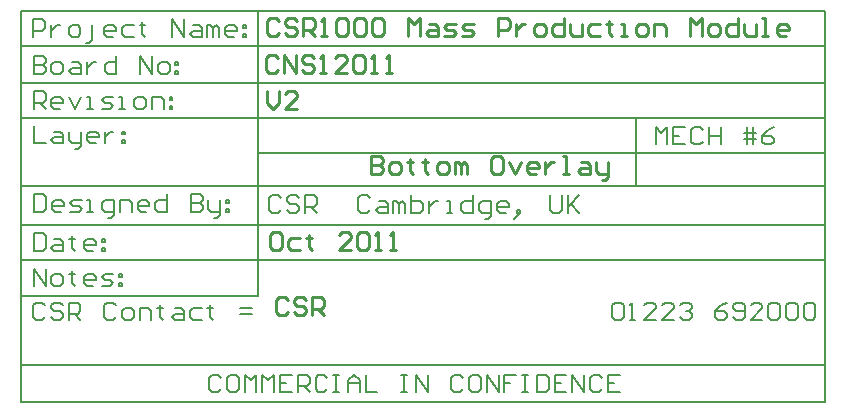
<source format=gbo>
%FSAX44Y44*%
%MOMM*%
G71*
G01*
G75*
G04 Layer_Color=32896*
%ADD10R,0.6000X1.9000*%
%ADD11R,0.3500X0.5000*%
%ADD12R,0.5000X0.3500*%
%ADD13R,3.2000X3.2000*%
%ADD14R,1.4000X1.1000*%
%ADD15R,0.6000X1.2000*%
%ADD16R,1.3000X2.1000*%
%ADD17R,1.0000X1.2000*%
%ADD18R,0.5000X0.5000*%
%ADD19C,1.0000*%
%ADD20R,0.5000X0.5000*%
%ADD21C,0.2600*%
%ADD22C,0.2000*%
%ADD23C,0.1500*%
%ADD24C,0.4500*%
%ADD25C,0.3500*%
%ADD26C,0.1250*%
%ADD27C,0.4000*%
%ADD28C,0.2540*%
%ADD29C,0.3000*%
%ADD30C,0.5000*%
%ADD31R,1.0000X1.0000*%
%ADD32C,0.3000*%
%ADD33R,1.0000X1.0000*%
%ADD34C,3.0000*%
%ADD35C,0.6000*%
D22*
X00967940Y00282760D02*
Y00432640D01*
X00287837Y00282569D02*
X00967836D01*
X00807837Y00465498D02*
Y00522569D01*
X00487940Y00493569D02*
X00761837D01*
X00487940Y00405173D02*
Y00432640D01*
X00287940Y00416569D02*
Y00432640D01*
X00757836Y00493569D02*
X00967940D01*
X00287837Y00372569D02*
X00487836D01*
X00287940Y00282760D02*
Y00416569D01*
Y00613760D02*
X00967940Y00613640D01*
X00287940Y00552640D02*
X00477940Y00552640D01*
X00287940Y00522640D02*
X00477940D01*
X00287940Y00432640D02*
X00477940D01*
X00287940Y00402640D02*
X00477940D01*
X00487940Y00432640D02*
Y00613760D01*
X00287940Y00432640D02*
Y00613760D01*
X00477940Y00552640D02*
X00967940D01*
X00477940Y00522640D02*
X00967940D01*
X00477940Y00432640D02*
X00967940D01*
X00477940Y00402640D02*
X00967940D01*
Y00432640D02*
Y00613640D01*
X00487940Y00372569D02*
Y00405173D01*
X00287940Y00465569D02*
X00967940D01*
X00287940Y00583569D02*
X00967940D01*
X00287940Y00313569D02*
X00967940D01*
X00456937Y00303256D02*
X00454437Y00305755D01*
X00449439D01*
X00446940Y00303256D01*
Y00293259D01*
X00449439Y00290760D01*
X00454437D01*
X00456937Y00293259D01*
X00469433Y00305755D02*
X00464434D01*
X00461935Y00303256D01*
Y00293259D01*
X00464434Y00290760D01*
X00469433D01*
X00471932Y00293259D01*
Y00303256D01*
X00469433Y00305755D01*
X00476930Y00290760D02*
Y00305755D01*
X00481929Y00300757D01*
X00486927Y00305755D01*
Y00290760D01*
X00491925D02*
Y00305755D01*
X00496924Y00300757D01*
X00501922Y00305755D01*
Y00290760D01*
X00516917Y00305755D02*
X00506921D01*
Y00290760D01*
X00516917D01*
X00506921Y00298258D02*
X00511919D01*
X00521916Y00290760D02*
Y00305755D01*
X00529413D01*
X00531912Y00303256D01*
Y00298258D01*
X00529413Y00295758D01*
X00521916D01*
X00526914D02*
X00531912Y00290760D01*
X00546908Y00303256D02*
X00544408Y00305755D01*
X00539410D01*
X00536911Y00303256D01*
Y00293259D01*
X00539410Y00290760D01*
X00544408D01*
X00546908Y00293259D01*
X00551906Y00305755D02*
X00556904D01*
X00554405D01*
Y00290760D01*
X00551906D01*
X00556904D01*
X00564402D02*
Y00300757D01*
X00569400Y00305755D01*
X00574399Y00300757D01*
Y00290760D01*
Y00298258D01*
X00564402D01*
X00579397Y00305755D02*
Y00290760D01*
X00589394D01*
X00609387Y00305755D02*
X00614386D01*
X00611887D01*
Y00290760D01*
X00609387D01*
X00614386D01*
X00621883D02*
Y00305755D01*
X00631880Y00290760D01*
Y00305755D01*
X00661870Y00303256D02*
X00659371Y00305755D01*
X00654373D01*
X00651874Y00303256D01*
Y00293259D01*
X00654373Y00290760D01*
X00659371D01*
X00661870Y00293259D01*
X00674366Y00305755D02*
X00669368D01*
X00666869Y00303256D01*
Y00293259D01*
X00669368Y00290760D01*
X00674366D01*
X00676865Y00293259D01*
Y00303256D01*
X00674366Y00305755D01*
X00681864Y00290760D02*
Y00305755D01*
X00691861Y00290760D01*
Y00305755D01*
X00706856D02*
X00696859D01*
Y00298258D01*
X00701857D01*
X00696859D01*
Y00290760D01*
X00711854Y00305755D02*
X00716853D01*
X00714353D01*
Y00290760D01*
X00711854D01*
X00716853D01*
X00724350Y00305755D02*
Y00290760D01*
X00731848D01*
X00734347Y00293259D01*
Y00303256D01*
X00731848Y00305755D01*
X00724350D01*
X00749342D02*
X00739345D01*
Y00290760D01*
X00749342D01*
X00739345Y00298258D02*
X00744344D01*
X00754341Y00290760D02*
Y00305755D01*
X00764337Y00290760D01*
Y00305755D01*
X00779332Y00303256D02*
X00776833Y00305755D01*
X00771835D01*
X00769336Y00303256D01*
Y00293259D01*
X00771835Y00290760D01*
X00776833D01*
X00779332Y00293259D01*
X00794327Y00305755D02*
X00784331D01*
Y00290760D01*
X00794327D01*
X00784331Y00298258D02*
X00789329D01*
X00298336Y00380569D02*
Y00395564D01*
X00308333Y00380569D01*
Y00395564D01*
X00315831Y00380569D02*
X00320829D01*
X00323328Y00383068D01*
Y00388067D01*
X00320829Y00390566D01*
X00315831D01*
X00313332Y00388067D01*
Y00383068D01*
X00315831Y00380569D01*
X00330826Y00393065D02*
Y00390566D01*
X00328327D01*
X00333325D01*
X00330826D01*
Y00383068D01*
X00333325Y00380569D01*
X00348320D02*
X00343322D01*
X00340823Y00383068D01*
Y00388067D01*
X00343322Y00390566D01*
X00348320D01*
X00350819Y00388067D01*
Y00385568D01*
X00340823D01*
X00355818Y00380569D02*
X00363315D01*
X00365815Y00383068D01*
X00363315Y00385568D01*
X00358317D01*
X00355818Y00388067D01*
X00358317Y00390566D01*
X00365815D01*
X00370813D02*
X00373312D01*
Y00388067D01*
X00370813D01*
Y00390566D01*
Y00383068D02*
X00373312D01*
Y00380569D01*
X00370813D01*
Y00383068D01*
X00298336Y00530569D02*
Y00545564D01*
X00305834D01*
X00308333Y00543065D01*
Y00538067D01*
X00305834Y00535568D01*
X00298336D01*
X00303335D02*
X00308333Y00530569D01*
X00320829D02*
X00315831D01*
X00313332Y00533068D01*
Y00538067D01*
X00315831Y00540566D01*
X00320829D01*
X00323328Y00538067D01*
Y00535568D01*
X00313332D01*
X00328327Y00540566D02*
X00333325Y00530569D01*
X00338324Y00540566D01*
X00343322Y00530569D02*
X00348320D01*
X00345821D01*
Y00540566D01*
X00343322D01*
X00355818Y00530569D02*
X00363315D01*
X00365815Y00533068D01*
X00363315Y00535568D01*
X00358317D01*
X00355818Y00538067D01*
X00358317Y00540566D01*
X00365815D01*
X00370813Y00530569D02*
X00375811D01*
X00373312D01*
Y00540566D01*
X00370813D01*
X00385808Y00530569D02*
X00390807D01*
X00393306Y00533068D01*
Y00538067D01*
X00390807Y00540566D01*
X00385808D01*
X00383309Y00538067D01*
Y00533068D01*
X00385808Y00530569D01*
X00398304D02*
Y00540566D01*
X00405802D01*
X00408301Y00538067D01*
Y00530569D01*
X00413299Y00540566D02*
X00415798D01*
Y00538067D01*
X00413299D01*
Y00540566D01*
Y00533068D02*
X00415798D01*
Y00530569D01*
X00413299D01*
Y00533068D01*
X00298336Y00516564D02*
Y00501569D01*
X00308333D01*
X00315831Y00511566D02*
X00320829D01*
X00323328Y00509067D01*
Y00501569D01*
X00315831D01*
X00313332Y00504068D01*
X00315831Y00506567D01*
X00323328D01*
X00328327Y00511566D02*
Y00504068D01*
X00330826Y00501569D01*
X00338324D01*
Y00499070D01*
X00335824Y00496571D01*
X00333325D01*
X00338324Y00501569D02*
Y00511566D01*
X00350819Y00501569D02*
X00345821D01*
X00343322Y00504068D01*
Y00509067D01*
X00345821Y00511566D01*
X00350819D01*
X00353319Y00509067D01*
Y00506567D01*
X00343322D01*
X00358317Y00511566D02*
Y00501569D01*
Y00506567D01*
X00360816Y00509067D01*
X00363315Y00511566D01*
X00365815D01*
X00373312D02*
X00375811D01*
Y00509067D01*
X00373312D01*
Y00511566D01*
Y00504068D02*
X00375811D01*
Y00501569D01*
X00373312D01*
Y00504068D01*
X00298836Y00458564D02*
Y00443569D01*
X00306334D01*
X00308833Y00446068D01*
Y00456065D01*
X00306334Y00458564D01*
X00298836D01*
X00321329Y00443569D02*
X00316331D01*
X00313832Y00446068D01*
Y00451067D01*
X00316331Y00453566D01*
X00321329D01*
X00323828Y00451067D01*
Y00448568D01*
X00313832D01*
X00328827Y00443569D02*
X00336324D01*
X00338824Y00446068D01*
X00336324Y00448568D01*
X00331326D01*
X00328827Y00451067D01*
X00331326Y00453566D01*
X00338824D01*
X00343822Y00443569D02*
X00348820D01*
X00346321D01*
Y00453566D01*
X00343822D01*
X00361316Y00438571D02*
X00363815D01*
X00366315Y00441070D01*
Y00453566D01*
X00358817D01*
X00356318Y00451067D01*
Y00446068D01*
X00358817Y00443569D01*
X00366315D01*
X00371313D02*
Y00453566D01*
X00378811D01*
X00381310Y00451067D01*
Y00443569D01*
X00393806D02*
X00388807D01*
X00386308Y00446068D01*
Y00451067D01*
X00388807Y00453566D01*
X00393806D01*
X00396305Y00451067D01*
Y00448568D01*
X00386308D01*
X00411300Y00458564D02*
Y00443569D01*
X00403802D01*
X00401303Y00446068D01*
Y00451067D01*
X00403802Y00453566D01*
X00411300D01*
X00431293Y00458564D02*
Y00443569D01*
X00438791D01*
X00441290Y00446068D01*
Y00448568D01*
X00438791Y00451067D01*
X00431293D01*
X00438791D01*
X00441290Y00453566D01*
Y00456065D01*
X00438791Y00458564D01*
X00431293D01*
X00446289Y00453566D02*
Y00446068D01*
X00448788Y00443569D01*
X00456285D01*
Y00441070D01*
X00453786Y00438571D01*
X00451287D01*
X00456285Y00443569D02*
Y00453566D01*
X00461284D02*
X00463783D01*
Y00451067D01*
X00461284D01*
Y00453566D01*
Y00446068D02*
X00463783D01*
Y00443569D01*
X00461284D01*
Y00446068D01*
X00298336Y00425564D02*
Y00410569D01*
X00305834D01*
X00308333Y00413068D01*
Y00423065D01*
X00305834Y00425564D01*
X00298336D01*
X00315831Y00420566D02*
X00320829D01*
X00323328Y00418067D01*
Y00410569D01*
X00315831D01*
X00313332Y00413068D01*
X00315831Y00415568D01*
X00323328D01*
X00330826Y00423065D02*
Y00420566D01*
X00328327D01*
X00333325D01*
X00330826D01*
Y00413068D01*
X00333325Y00410569D01*
X00348320D02*
X00343322D01*
X00340823Y00413068D01*
Y00418067D01*
X00343322Y00420566D01*
X00348320D01*
X00350819Y00418067D01*
Y00415568D01*
X00340823D01*
X00355818Y00420566D02*
X00358317D01*
Y00418067D01*
X00355818D01*
Y00420566D01*
Y00413068D02*
X00358317D01*
Y00410569D01*
X00355818D01*
Y00413068D01*
X00507937Y00455136D02*
X00505438Y00457635D01*
X00500439D01*
X00497940Y00455136D01*
Y00445139D01*
X00500439Y00442640D01*
X00505438D01*
X00507937Y00445139D01*
X00522932Y00455136D02*
X00520433Y00457635D01*
X00515434D01*
X00512935Y00455136D01*
Y00452637D01*
X00515434Y00450137D01*
X00520433D01*
X00522932Y00447638D01*
Y00445139D01*
X00520433Y00442640D01*
X00515434D01*
X00512935Y00445139D01*
X00527930Y00442640D02*
Y00457635D01*
X00535428D01*
X00537927Y00455136D01*
Y00450137D01*
X00535428Y00447638D01*
X00527930D01*
X00532929D02*
X00537927Y00442640D01*
X00582912Y00455136D02*
X00580413Y00457635D01*
X00575415D01*
X00572916Y00455136D01*
Y00445139D01*
X00575415Y00442640D01*
X00580413D01*
X00582912Y00445139D01*
X00590410Y00452637D02*
X00595409D01*
X00597908Y00450137D01*
Y00442640D01*
X00590410D01*
X00587911Y00445139D01*
X00590410Y00447638D01*
X00597908D01*
X00602906Y00442640D02*
Y00452637D01*
X00605405D01*
X00607904Y00450137D01*
Y00442640D01*
Y00450137D01*
X00610404Y00452637D01*
X00612903Y00450137D01*
Y00442640D01*
X00617901Y00457635D02*
Y00442640D01*
X00625399D01*
X00627898Y00445139D01*
Y00447638D01*
Y00450137D01*
X00625399Y00452637D01*
X00617901D01*
X00632896D02*
Y00442640D01*
Y00447638D01*
X00635396Y00450137D01*
X00637895Y00452637D01*
X00640394D01*
X00647891Y00442640D02*
X00652890D01*
X00650391D01*
Y00452637D01*
X00647891D01*
X00670384Y00457635D02*
Y00442640D01*
X00662887D01*
X00660387Y00445139D01*
Y00450137D01*
X00662887Y00452637D01*
X00670384D01*
X00680381Y00437641D02*
X00682880D01*
X00685379Y00440141D01*
Y00452637D01*
X00677882D01*
X00675383Y00450137D01*
Y00445139D01*
X00677882Y00442640D01*
X00685379D01*
X00697875D02*
X00692877D01*
X00690378Y00445139D01*
Y00450137D01*
X00692877Y00452637D01*
X00697875D01*
X00700375Y00450137D01*
Y00447638D01*
X00690378D01*
X00707872Y00440141D02*
X00710371Y00442640D01*
Y00445139D01*
X00707872D01*
Y00442640D01*
X00710371D01*
X00707872Y00440141D01*
X00705373Y00437641D01*
X00735363Y00457635D02*
Y00445139D01*
X00737862Y00442640D01*
X00742861D01*
X00745360Y00445139D01*
Y00457635D01*
X00750358D02*
Y00442640D01*
Y00447638D01*
X00760355Y00457635D01*
X00752858Y00450137D01*
X00760355Y00442640D01*
X00824837Y00500569D02*
Y00515564D01*
X00829835Y00510566D01*
X00834834Y00515564D01*
Y00500569D01*
X00849829Y00515564D02*
X00839832D01*
Y00500569D01*
X00849829D01*
X00839832Y00508067D02*
X00844830D01*
X00864824Y00513065D02*
X00862325Y00515564D01*
X00857327D01*
X00854827Y00513065D01*
Y00503068D01*
X00857327Y00500569D01*
X00862325D01*
X00864824Y00503068D01*
X00869822Y00515564D02*
Y00500569D01*
Y00508067D01*
X00879819D01*
Y00515564D01*
Y00500569D01*
X00902312D02*
Y00515564D01*
X00907310D02*
Y00500569D01*
X00899813Y00510566D02*
X00907310D01*
X00909809D01*
X00899813Y00505567D02*
X00909809D01*
X00924805Y00515564D02*
X00919806Y00513065D01*
X00914808Y00508067D01*
Y00503068D01*
X00917307Y00500569D01*
X00922305D01*
X00924805Y00503068D01*
Y00505567D01*
X00922305Y00508067D01*
X00914808D01*
X00298336Y00575564D02*
Y00560569D01*
X00305834D01*
X00308333Y00563068D01*
Y00565568D01*
X00305834Y00568067D01*
X00298336D01*
X00305834D01*
X00308333Y00570566D01*
Y00573065D01*
X00305834Y00575564D01*
X00298336D01*
X00315831Y00560569D02*
X00320829D01*
X00323328Y00563068D01*
Y00568067D01*
X00320829Y00570566D01*
X00315831D01*
X00313332Y00568067D01*
Y00563068D01*
X00315831Y00560569D01*
X00330826Y00570566D02*
X00335824D01*
X00338324Y00568067D01*
Y00560569D01*
X00330826D01*
X00328327Y00563068D01*
X00330826Y00565568D01*
X00338324D01*
X00343322Y00570566D02*
Y00560569D01*
Y00565568D01*
X00345821Y00568067D01*
X00348320Y00570566D01*
X00350819D01*
X00368314Y00575564D02*
Y00560569D01*
X00360816D01*
X00358317Y00563068D01*
Y00568067D01*
X00360816Y00570566D01*
X00368314D01*
X00388307Y00560569D02*
Y00575564D01*
X00398304Y00560569D01*
Y00575564D01*
X00405802Y00560569D02*
X00410800D01*
X00413299Y00563068D01*
Y00568067D01*
X00410800Y00570566D01*
X00405802D01*
X00403302Y00568067D01*
Y00563068D01*
X00405802Y00560569D01*
X00418298Y00570566D02*
X00420797D01*
Y00568067D01*
X00418298D01*
Y00570566D01*
Y00563068D02*
X00420797D01*
Y00560569D01*
X00418298D01*
Y00563068D01*
X00307937Y00364256D02*
X00305438Y00366755D01*
X00300439D01*
X00297940Y00364256D01*
Y00354259D01*
X00300439Y00351760D01*
X00305438D01*
X00307937Y00354259D01*
X00322932Y00364256D02*
X00320433Y00366755D01*
X00315434D01*
X00312935Y00364256D01*
Y00361757D01*
X00315434Y00359258D01*
X00320433D01*
X00322932Y00356758D01*
Y00354259D01*
X00320433Y00351760D01*
X00315434D01*
X00312935Y00354259D01*
X00327930Y00351760D02*
Y00366755D01*
X00335428D01*
X00337927Y00364256D01*
Y00359258D01*
X00335428Y00356758D01*
X00327930D01*
X00332929D02*
X00337927Y00351760D01*
X00367917Y00364256D02*
X00365418Y00366755D01*
X00360420D01*
X00357921Y00364256D01*
Y00354259D01*
X00360420Y00351760D01*
X00365418D01*
X00367917Y00354259D01*
X00375415Y00351760D02*
X00380413D01*
X00382912Y00354259D01*
Y00359258D01*
X00380413Y00361757D01*
X00375415D01*
X00372916Y00359258D01*
Y00354259D01*
X00375415Y00351760D01*
X00387911D02*
Y00361757D01*
X00395408D01*
X00397908Y00359258D01*
Y00351760D01*
X00405405Y00364256D02*
Y00361757D01*
X00402906D01*
X00407904D01*
X00405405D01*
Y00354259D01*
X00407904Y00351760D01*
X00417901Y00361757D02*
X00422900D01*
X00425399Y00359258D01*
Y00351760D01*
X00417901D01*
X00415402Y00354259D01*
X00417901Y00356758D01*
X00425399D01*
X00440394Y00361757D02*
X00432896D01*
X00430397Y00359258D01*
Y00354259D01*
X00432896Y00351760D01*
X00440394D01*
X00447891Y00364256D02*
Y00361757D01*
X00445392D01*
X00450391D01*
X00447891D01*
Y00354259D01*
X00450391Y00351760D01*
X00472883Y00356758D02*
X00482880D01*
X00472883Y00361757D02*
X00482880D01*
X00787781Y00364256D02*
X00790281Y00366755D01*
X00795279D01*
X00797778Y00364256D01*
Y00354259D01*
X00795279Y00351760D01*
X00790281D01*
X00787781Y00354259D01*
Y00364256D01*
X00802776Y00351760D02*
X00807775D01*
X00805276D01*
Y00366755D01*
X00802776Y00364256D01*
X00825269Y00351760D02*
X00815273D01*
X00825269Y00361757D01*
Y00364256D01*
X00822770Y00366755D01*
X00817772D01*
X00815273Y00364256D01*
X00840264Y00351760D02*
X00830268D01*
X00840264Y00361757D01*
Y00364256D01*
X00837765Y00366755D01*
X00832767D01*
X00830268Y00364256D01*
X00845263D02*
X00847762Y00366755D01*
X00852760D01*
X00855259Y00364256D01*
Y00361757D01*
X00852760Y00359258D01*
X00850261D01*
X00852760D01*
X00855259Y00356758D01*
Y00354259D01*
X00852760Y00351760D01*
X00847762D01*
X00845263Y00354259D01*
X00885250Y00366755D02*
X00880251Y00364256D01*
X00875253Y00359258D01*
Y00354259D01*
X00877752Y00351760D01*
X00882751D01*
X00885250Y00354259D01*
Y00356758D01*
X00882751Y00359258D01*
X00875253D01*
X00890248Y00354259D02*
X00892747Y00351760D01*
X00897746D01*
X00900245Y00354259D01*
Y00364256D01*
X00897746Y00366755D01*
X00892747D01*
X00890248Y00364256D01*
Y00361757D01*
X00892747Y00359258D01*
X00900245D01*
X00915240Y00351760D02*
X00905243D01*
X00915240Y00361757D01*
Y00364256D01*
X00912741Y00366755D01*
X00907742D01*
X00905243Y00364256D01*
X00920238D02*
X00922738Y00366755D01*
X00927736D01*
X00930235Y00364256D01*
Y00354259D01*
X00927736Y00351760D01*
X00922738D01*
X00920238Y00354259D01*
Y00364256D01*
X00935234D02*
X00937733Y00366755D01*
X00942731D01*
X00945230Y00364256D01*
Y00354259D01*
X00942731Y00351760D01*
X00937733D01*
X00935234Y00354259D01*
Y00364256D01*
X00950229D02*
X00952728Y00366755D01*
X00957726D01*
X00960226Y00364256D01*
Y00354259D01*
X00957726Y00351760D01*
X00952728D01*
X00950229Y00354259D01*
Y00364256D01*
X00297940Y00591760D02*
Y00606755D01*
X00305438D01*
X00307937Y00604256D01*
Y00599258D01*
X00305438Y00596758D01*
X00297940D01*
X00312935Y00601757D02*
Y00591760D01*
Y00596758D01*
X00315434Y00599258D01*
X00317934Y00601757D01*
X00320433D01*
X00330429Y00591760D02*
X00335428D01*
X00337927Y00594259D01*
Y00599258D01*
X00335428Y00601757D01*
X00330429D01*
X00327930Y00599258D01*
Y00594259D01*
X00330429Y00591760D01*
X00342925Y00586762D02*
X00345425D01*
X00347924Y00589261D01*
Y00601757D01*
X00365418Y00591760D02*
X00360420D01*
X00357921Y00594259D01*
Y00599258D01*
X00360420Y00601757D01*
X00365418D01*
X00367917Y00599258D01*
Y00596758D01*
X00357921D01*
X00382912Y00601757D02*
X00375415D01*
X00372916Y00599258D01*
Y00594259D01*
X00375415Y00591760D01*
X00382912D01*
X00390410Y00604256D02*
Y00601757D01*
X00387911D01*
X00392909D01*
X00390410D01*
Y00594259D01*
X00392909Y00591760D01*
X00415402D02*
Y00606755D01*
X00425399Y00591760D01*
Y00606755D01*
X00432896Y00601757D02*
X00437895D01*
X00440394Y00599258D01*
Y00591760D01*
X00432896D01*
X00430397Y00594259D01*
X00432896Y00596758D01*
X00440394D01*
X00445392Y00591760D02*
Y00601757D01*
X00447891D01*
X00450391Y00599258D01*
Y00591760D01*
Y00599258D01*
X00452890Y00601757D01*
X00455389Y00599258D01*
Y00591760D01*
X00467885D02*
X00462887D01*
X00460387Y00594259D01*
Y00599258D01*
X00462887Y00601757D01*
X00467885D01*
X00470384Y00599258D01*
Y00596758D01*
X00460387D01*
X00475382Y00601757D02*
X00477882D01*
Y00599258D01*
X00475382D01*
Y00601757D01*
Y00594259D02*
X00477882D01*
Y00591760D01*
X00475382D01*
Y00594259D01*
D28*
X00584140Y00490835D02*
Y00475600D01*
X00591758D01*
X00594297Y00478139D01*
Y00480678D01*
X00591758Y00483218D01*
X00584140D01*
X00591758D01*
X00594297Y00485757D01*
Y00488296D01*
X00591758Y00490835D01*
X00584140D01*
X00601914Y00475600D02*
X00606993D01*
X00609532Y00478139D01*
Y00483218D01*
X00606993Y00485757D01*
X00601914D01*
X00599375Y00483218D01*
Y00478139D01*
X00601914Y00475600D01*
X00617149Y00488296D02*
Y00485757D01*
X00614610D01*
X00619688D01*
X00617149D01*
Y00478139D01*
X00619688Y00475600D01*
X00629845Y00488296D02*
Y00485757D01*
X00627306D01*
X00632384D01*
X00629845D01*
Y00478139D01*
X00632384Y00475600D01*
X00642541D02*
X00647619D01*
X00650159Y00478139D01*
Y00483218D01*
X00647619Y00485757D01*
X00642541D01*
X00640002Y00483218D01*
Y00478139D01*
X00642541Y00475600D01*
X00655237D02*
Y00485757D01*
X00657776D01*
X00660315Y00483218D01*
Y00475600D01*
Y00483218D01*
X00662855Y00485757D01*
X00665394Y00483218D01*
Y00475600D01*
X00693325Y00490835D02*
X00688246D01*
X00685707Y00488296D01*
Y00478139D01*
X00688246Y00475600D01*
X00693325D01*
X00695864Y00478139D01*
Y00488296D01*
X00693325Y00490835D01*
X00700942Y00485757D02*
X00706021Y00475600D01*
X00711099Y00485757D01*
X00723795Y00475600D02*
X00718717D01*
X00716177Y00478139D01*
Y00483218D01*
X00718717Y00485757D01*
X00723795D01*
X00726334Y00483218D01*
Y00480678D01*
X00716177D01*
X00731412Y00485757D02*
Y00475600D01*
Y00480678D01*
X00733952Y00483218D01*
X00736491Y00485757D01*
X00739030D01*
X00746647Y00475600D02*
X00751726D01*
X00749187D01*
Y00490835D01*
X00746647D01*
X00761882Y00485757D02*
X00766961D01*
X00769500Y00483218D01*
Y00475600D01*
X00761882D01*
X00759343Y00478139D01*
X00761882Y00480678D01*
X00769500D01*
X00774578Y00485757D02*
Y00478139D01*
X00777118Y00475600D01*
X00784735D01*
Y00473061D01*
X00782196Y00470522D01*
X00779657D01*
X00784735Y00475600D02*
Y00485757D01*
X00506097Y00605456D02*
X00503558Y00607995D01*
X00498479D01*
X00495940Y00605456D01*
Y00595299D01*
X00498479Y00592760D01*
X00503558D01*
X00506097Y00595299D01*
X00521332Y00605456D02*
X00518793Y00607995D01*
X00513714D01*
X00511175Y00605456D01*
Y00602917D01*
X00513714Y00600378D01*
X00518793D01*
X00521332Y00597838D01*
Y00595299D01*
X00518793Y00592760D01*
X00513714D01*
X00511175Y00595299D01*
X00526410Y00592760D02*
Y00607995D01*
X00534028D01*
X00536567Y00605456D01*
Y00600378D01*
X00534028Y00597838D01*
X00526410D01*
X00531488D02*
X00536567Y00592760D01*
X00541645D02*
X00546724D01*
X00544184D01*
Y00607995D01*
X00541645Y00605456D01*
X00554341D02*
X00556880Y00607995D01*
X00561959D01*
X00564498Y00605456D01*
Y00595299D01*
X00561959Y00592760D01*
X00556880D01*
X00554341Y00595299D01*
Y00605456D01*
X00569576D02*
X00572115Y00607995D01*
X00577194D01*
X00579733Y00605456D01*
Y00595299D01*
X00577194Y00592760D01*
X00572115D01*
X00569576Y00595299D01*
Y00605456D01*
X00584811D02*
X00587350Y00607995D01*
X00592429D01*
X00594968Y00605456D01*
Y00595299D01*
X00592429Y00592760D01*
X00587350D01*
X00584811Y00595299D01*
Y00605456D01*
X00615281Y00592760D02*
Y00607995D01*
X00620360Y00602917D01*
X00625438Y00607995D01*
Y00592760D01*
X00633056Y00602917D02*
X00638134D01*
X00640673Y00600378D01*
Y00592760D01*
X00633056D01*
X00630517Y00595299D01*
X00633056Y00597838D01*
X00640673D01*
X00645751Y00592760D02*
X00653369D01*
X00655908Y00595299D01*
X00653369Y00597838D01*
X00648291D01*
X00645751Y00600378D01*
X00648291Y00602917D01*
X00655908D01*
X00660987Y00592760D02*
X00668604D01*
X00671143Y00595299D01*
X00668604Y00597838D01*
X00663526D01*
X00660987Y00600378D01*
X00663526Y00602917D01*
X00671143D01*
X00691457Y00592760D02*
Y00607995D01*
X00699074D01*
X00701613Y00605456D01*
Y00600378D01*
X00699074Y00597838D01*
X00691457D01*
X00706692Y00602917D02*
Y00592760D01*
Y00597838D01*
X00709231Y00600378D01*
X00711770Y00602917D01*
X00714309D01*
X00724466Y00592760D02*
X00729544D01*
X00732084Y00595299D01*
Y00600378D01*
X00729544Y00602917D01*
X00724466D01*
X00721927Y00600378D01*
Y00595299D01*
X00724466Y00592760D01*
X00747319Y00607995D02*
Y00592760D01*
X00739701D01*
X00737162Y00595299D01*
Y00600378D01*
X00739701Y00602917D01*
X00747319D01*
X00752397D02*
Y00595299D01*
X00754936Y00592760D01*
X00762554D01*
Y00602917D01*
X00777789D02*
X00770171D01*
X00767632Y00600378D01*
Y00595299D01*
X00770171Y00592760D01*
X00777789D01*
X00785406Y00605456D02*
Y00602917D01*
X00782867D01*
X00787945D01*
X00785406D01*
Y00595299D01*
X00787945Y00592760D01*
X00795563D02*
X00800641D01*
X00798102D01*
Y00602917D01*
X00795563D01*
X00810798Y00592760D02*
X00815876D01*
X00818416Y00595299D01*
Y00600378D01*
X00815876Y00602917D01*
X00810798D01*
X00808259Y00600378D01*
Y00595299D01*
X00810798Y00592760D01*
X00823494D02*
Y00602917D01*
X00831112D01*
X00833651Y00600378D01*
Y00592760D01*
X00853964D02*
Y00607995D01*
X00859043Y00602917D01*
X00864121Y00607995D01*
Y00592760D01*
X00871738D02*
X00876817D01*
X00879356Y00595299D01*
Y00600378D01*
X00876817Y00602917D01*
X00871738D01*
X00869199Y00600378D01*
Y00595299D01*
X00871738Y00592760D01*
X00894591Y00607995D02*
Y00592760D01*
X00886973D01*
X00884434Y00595299D01*
Y00600378D01*
X00886973Y00602917D01*
X00894591D01*
X00899669D02*
Y00595299D01*
X00902209Y00592760D01*
X00909826D01*
Y00602917D01*
X00914904Y00592760D02*
X00919983D01*
X00917444D01*
Y00607995D01*
X00914904D01*
X00935218Y00592760D02*
X00930139D01*
X00927600Y00595299D01*
Y00600378D01*
X00930139Y00602917D01*
X00935218D01*
X00937757Y00600378D01*
Y00597838D01*
X00927600D01*
X00505097Y00573706D02*
X00502557Y00576245D01*
X00497479D01*
X00494940Y00573706D01*
Y00563549D01*
X00497479Y00561010D01*
X00502557D01*
X00505097Y00563549D01*
X00510175Y00561010D02*
Y00576245D01*
X00520332Y00561010D01*
Y00576245D01*
X00535567Y00573706D02*
X00533028Y00576245D01*
X00527949D01*
X00525410Y00573706D01*
Y00571167D01*
X00527949Y00568628D01*
X00533028D01*
X00535567Y00566088D01*
Y00563549D01*
X00533028Y00561010D01*
X00527949D01*
X00525410Y00563549D01*
X00540645Y00561010D02*
X00545724D01*
X00543184D01*
Y00576245D01*
X00540645Y00573706D01*
X00563498Y00561010D02*
X00553341D01*
X00563498Y00571167D01*
Y00573706D01*
X00560959Y00576245D01*
X00555880D01*
X00553341Y00573706D01*
X00568576D02*
X00571115Y00576245D01*
X00576194D01*
X00578733Y00573706D01*
Y00563549D01*
X00576194Y00561010D01*
X00571115D01*
X00568576Y00563549D01*
Y00573706D01*
X00583811Y00561010D02*
X00588890D01*
X00586350D01*
Y00576245D01*
X00583811Y00573706D01*
X00596507Y00561010D02*
X00601586D01*
X00599046D01*
Y00576245D01*
X00596507Y00573706D01*
X00495690Y00545495D02*
Y00535338D01*
X00500768Y00530260D01*
X00505847Y00535338D01*
Y00545495D01*
X00521082Y00530260D02*
X00510925D01*
X00521082Y00540417D01*
Y00542956D01*
X00518543Y00545495D01*
X00513464D01*
X00510925Y00542956D01*
X00513847Y00368956D02*
X00511307Y00371495D01*
X00506229D01*
X00503690Y00368956D01*
Y00358799D01*
X00506229Y00356260D01*
X00511307D01*
X00513847Y00358799D01*
X00529082Y00368956D02*
X00526543Y00371495D01*
X00521464D01*
X00518925Y00368956D01*
Y00366417D01*
X00521464Y00363877D01*
X00526543D01*
X00529082Y00361338D01*
Y00358799D01*
X00526543Y00356260D01*
X00521464D01*
X00518925Y00358799D01*
X00534160Y00356260D02*
Y00371495D01*
X00541778D01*
X00544317Y00368956D01*
Y00363877D01*
X00541778Y00361338D01*
X00534160D01*
X00539239D02*
X00544317Y00356260D01*
X00506307Y00426245D02*
X00501229D01*
X00498690Y00423706D01*
Y00413549D01*
X00501229Y00411010D01*
X00506307D01*
X00508847Y00413549D01*
Y00423706D01*
X00506307Y00426245D01*
X00524082Y00421167D02*
X00516464D01*
X00513925Y00418628D01*
Y00413549D01*
X00516464Y00411010D01*
X00524082D01*
X00531699Y00423706D02*
Y00421167D01*
X00529160D01*
X00534239D01*
X00531699D01*
Y00413549D01*
X00534239Y00411010D01*
X00567248D02*
X00557091D01*
X00567248Y00421167D01*
Y00423706D01*
X00564709Y00426245D01*
X00559630D01*
X00557091Y00423706D01*
X00572326D02*
X00574865Y00426245D01*
X00579944D01*
X00582483Y00423706D01*
Y00413549D01*
X00579944Y00411010D01*
X00574865D01*
X00572326Y00413549D01*
Y00423706D01*
X00587561Y00411010D02*
X00592640D01*
X00590100D01*
Y00426245D01*
X00587561Y00423706D01*
X00600257Y00411010D02*
X00605336D01*
X00602796D01*
Y00426245D01*
X00600257Y00423706D01*
M02*

</source>
